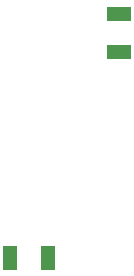
<source format=gtp>
G75*
G70*
%OFA0B0*%
%FSLAX24Y24*%
%IPPOS*%
%LPD*%
%AMOC8*
5,1,8,0,0,1.08239X$1,22.5*
%
%ADD10R,0.0472X0.0787*%
%ADD11R,0.0787X0.0472*%
D10*
X005970Y005100D03*
X007230Y005100D03*
D11*
X009600Y011970D03*
X009600Y013230D03*
M02*

</source>
